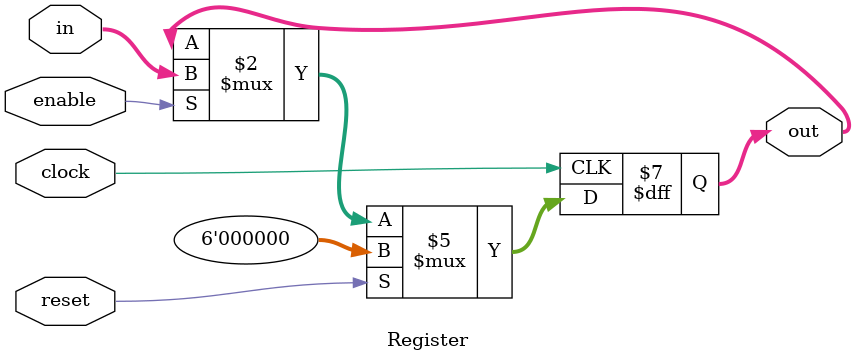
<source format=v>
`timescale 1ns / 1ps


module Register(in, enable, reset, clock, out);
    parameter N = 6;
    input wire [N - 1 : 0] in;
    input wire enable;
    input wire reset;
    input wire clock;
    output reg [N - 1 : 0] out;
    always @(posedge clock)
   	begin
   		if (reset)
   			out <= 'b0;
   		else
   			if (enable)
   				out <= in;
   	end
endmodule

</source>
